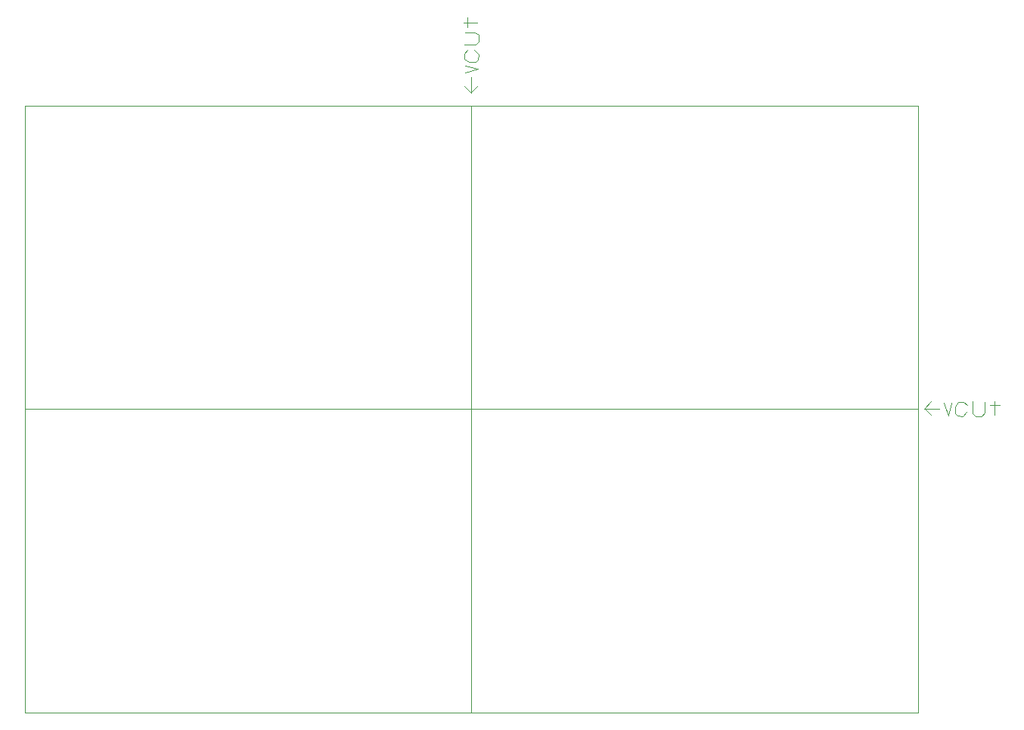
<source format=gm1>
G04 #@! TF.GenerationSoftware,KiCad,Pcbnew,(5.1.10-1-10_14)*
G04 #@! TF.CreationDate,2022-06-03T02:43:26+09:00*
G04 #@! TF.ProjectId,cmsis-dap_rp2040,636d7369-732d-4646-9170-5f7270323034,rev?*
G04 #@! TF.SameCoordinates,Original*
G04 #@! TF.FileFunction,Profile,NP*
%FSLAX46Y46*%
G04 Gerber Fmt 4.6, Leading zero omitted, Abs format (unit mm)*
G04 Created by KiCad (PCBNEW (5.1.10-1-10_14)) date 2022-06-03 02:43:26*
%MOMM*%
%LPD*%
G01*
G04 APERTURE LIST*
G04 #@! TA.AperFunction,Profile*
%ADD10C,0.050000*%
G04 #@! TD*
G04 APERTURE END LIST*
D10*
X150020000Y-48560000D02*
X149190000Y-47840000D01*
X149560000Y-43780000D02*
X149270000Y-44200000D01*
X149170000Y-40730000D02*
X150650000Y-40730000D01*
X149200000Y-43190000D02*
X150480000Y-43190000D01*
X149760000Y-45150000D02*
X150480000Y-45140000D01*
X150840000Y-42810000D02*
X150830000Y-42120000D01*
X150740000Y-45870000D02*
X149300000Y-45520000D01*
X149260000Y-44770000D02*
X149760000Y-45150000D01*
X149580000Y-41220000D02*
X149580000Y-40150000D01*
X150000000Y-48510000D02*
X150000000Y-46860000D01*
X150420000Y-41850000D02*
X149280000Y-41850000D01*
X150480000Y-45140000D02*
X150790000Y-44850000D01*
X150480000Y-43190000D02*
X150840000Y-42810000D01*
X150790000Y-44850000D02*
X150840000Y-44240000D01*
X150840000Y-44240000D02*
X150360000Y-43800000D01*
X150030000Y-48540000D02*
X150720000Y-47790000D01*
X149270000Y-44200000D02*
X149260000Y-44770000D01*
X150830000Y-42120000D02*
X150420000Y-41850000D01*
X149300000Y-46350000D02*
X150740000Y-45870000D01*
X208560000Y-83150000D02*
X208560000Y-84630000D01*
X208070000Y-83560000D02*
X209140000Y-83560000D01*
X207440000Y-84400000D02*
X207440000Y-83260000D01*
X207170000Y-84810000D02*
X207440000Y-84400000D01*
X206480000Y-84820000D02*
X207170000Y-84810000D01*
X206100000Y-84460000D02*
X206480000Y-84820000D01*
X206100000Y-83180000D02*
X206100000Y-84460000D01*
X205050000Y-84820000D02*
X205490000Y-84340000D01*
X204440000Y-84770000D02*
X205050000Y-84820000D01*
X204150000Y-84460000D02*
X204440000Y-84770000D01*
X204140000Y-83740000D02*
X204150000Y-84460000D01*
X204520000Y-83240000D02*
X204140000Y-83740000D01*
X205090000Y-83250000D02*
X204520000Y-83240000D01*
X205510000Y-83540000D02*
X205090000Y-83250000D01*
X203420000Y-84720000D02*
X203770000Y-83280000D01*
X202940000Y-83280000D02*
X203420000Y-84720000D01*
X200780000Y-83980000D02*
X202430000Y-83980000D01*
X200750000Y-84010000D02*
X201500000Y-84700000D01*
X200730000Y-84000000D02*
X201450000Y-83170000D01*
X200000000Y-84000000D02*
X150000000Y-84000000D01*
X150000000Y-84000000D02*
X100000000Y-84000000D01*
X200000000Y-50000000D02*
X150000000Y-50000000D01*
X200000000Y-118000000D02*
X150000000Y-118000000D01*
X150000000Y-118000000D02*
X100000000Y-118000000D01*
X200000000Y-84000000D02*
X150000000Y-84000000D01*
X200000000Y-84000000D02*
X200000000Y-118000000D01*
X150000000Y-84000000D02*
X150000000Y-118000000D01*
X200000000Y-50000000D02*
X200000000Y-84000000D01*
X150000000Y-84000000D02*
X150000000Y-118000000D01*
X100000000Y-84000000D02*
X100000000Y-118000000D01*
X150000000Y-50000000D02*
X150000000Y-84000000D01*
X100000000Y-50000000D02*
X100000000Y-84000000D01*
X150000000Y-50000000D02*
X150000000Y-84000000D01*
X150000000Y-84000000D02*
X100000000Y-84000000D01*
X150000000Y-50000000D02*
X100000000Y-50000000D01*
M02*

</source>
